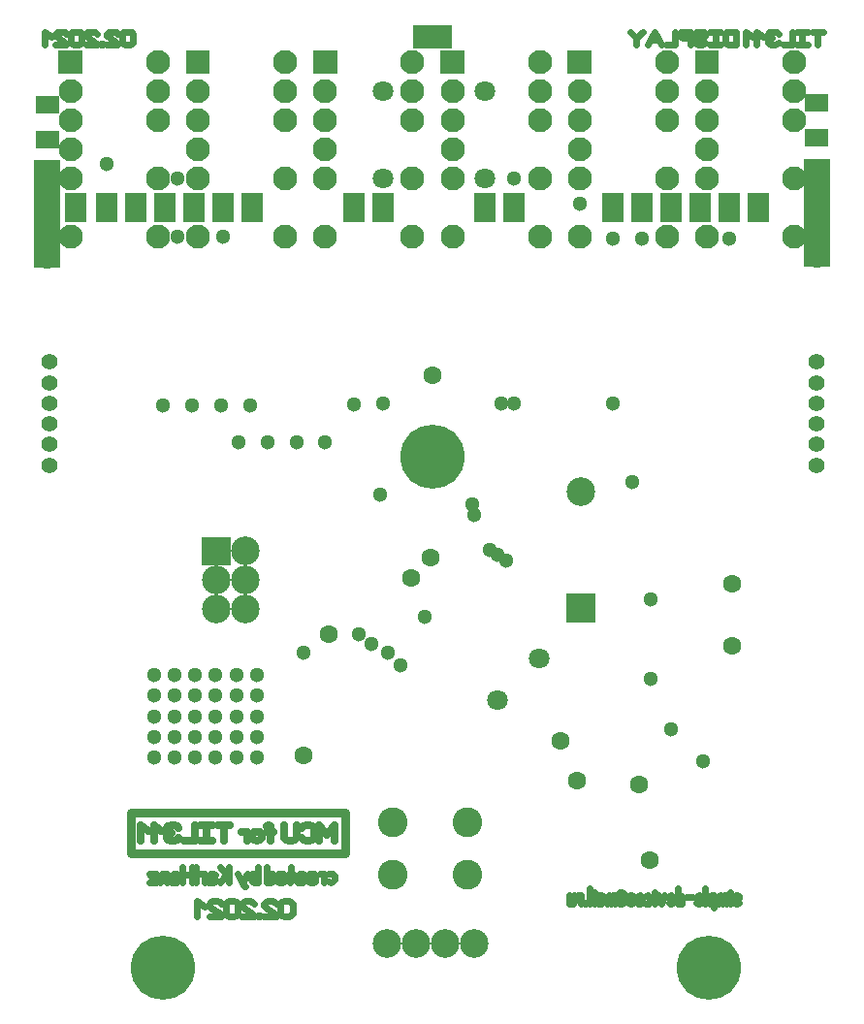
<source format=gbr>
%FSLAX34Y34*%
%MOMM*%
%LNSOLDERMASK_BOTTOM*%
G71*
G01*
%ADD10C, 2.100*%
%ADD11R, 1.900X2.600*%
%ADD12C, 1.300*%
%ADD13C, 1.800*%
%ADD14C, 2.300*%
%ADD15R, 2.000X1.600*%
%ADD16C, 5.600*%
%ADD17C, 1.600*%
%ADD18R, 3.400X2.100*%
%ADD19C, 2.500*%
%ADD20C, 2.500*%
%ADD21C, 2.600*%
%ADD22C, 1.400*%
%ADD23C, 0.638*%
%ADD24C, 0.800*%
%ADD25C, 0.567*%
%ADD26C, 0.606*%
%LPD*%
G36*
X164125Y1421725D02*
X185125Y1421725D01*
X185125Y1400725D01*
X164125Y1400725D01*
X164125Y1421725D01*
G37*
X174625Y1385825D02*
G54D10*
D03*
X174625Y1360425D02*
G54D10*
D03*
X174625Y1309625D02*
G54D10*
D03*
X174625Y1258825D02*
G54D10*
D03*
X250825Y1258825D02*
G54D10*
D03*
X250825Y1309625D02*
G54D10*
D03*
X250825Y1360425D02*
G54D10*
D03*
X250825Y1385825D02*
G54D10*
D03*
X250825Y1411225D02*
G54D10*
D03*
X174625Y1335025D02*
G54D10*
D03*
X723900Y1284225D02*
G54D11*
D03*
X698500Y1284225D02*
G54D11*
D03*
X673100Y1284225D02*
G54D11*
D03*
X647700Y1284225D02*
G54D11*
D03*
X774700Y1284225D02*
G54D11*
D03*
X749300Y1284225D02*
G54D11*
D03*
X282575Y1284225D02*
G54D11*
D03*
X257175Y1284225D02*
G54D11*
D03*
X231775Y1284225D02*
G54D11*
D03*
X206375Y1284225D02*
G54D11*
D03*
X333375Y1284225D02*
G54D11*
D03*
X307975Y1284225D02*
G54D11*
D03*
X561975Y1284225D02*
G54D11*
D03*
X536575Y1284225D02*
G54D11*
D03*
X447675Y1284225D02*
G54D11*
D03*
X422275Y1284225D02*
G54D11*
D03*
X647700Y1257237D02*
G54D12*
D03*
X206375Y1322325D02*
G54D12*
D03*
X307975Y1258825D02*
G54D12*
D03*
X619125Y1287400D02*
G54D12*
D03*
X268288Y1258825D02*
G54D12*
D03*
X447675Y1309625D02*
G54D13*
D03*
X447675Y1385825D02*
G54D13*
D03*
X536575Y1309625D02*
G54D13*
D03*
X536575Y1385825D02*
G54D13*
D03*
X561975Y1309625D02*
G54D12*
D03*
G54D14*
X153988Y1242950D02*
X153988Y1314388D01*
G36*
X142488Y1242950D02*
X165488Y1242950D01*
X165488Y1231450D01*
X142488Y1231450D01*
X142488Y1242950D01*
G37*
G36*
X165488Y1314388D02*
X142488Y1314388D01*
X142488Y1325888D01*
X165488Y1325888D01*
X165488Y1314388D01*
G37*
X154161Y1343938D02*
G54D15*
D03*
X154161Y1374338D02*
G54D15*
D03*
X255587Y620650D02*
G54D16*
D03*
X583588Y890333D02*
G54D13*
D03*
X547526Y854271D02*
G54D13*
D03*
X488878Y978286D02*
G54D17*
D03*
X472281Y961231D02*
G54D17*
D03*
X483734Y926790D02*
G54D12*
D03*
X825674Y1345525D02*
G54D15*
D03*
X825674Y1375925D02*
G54D15*
D03*
G54D14*
X826294Y1243744D02*
X826294Y1315181D01*
G36*
X814794Y1243744D02*
X837794Y1243744D01*
X837794Y1232244D01*
X814794Y1232244D01*
X814794Y1243744D01*
G37*
G36*
X837794Y1315181D02*
X814794Y1315181D01*
X814794Y1326681D01*
X837794Y1326681D01*
X837794Y1315181D01*
G37*
X490538Y1433450D02*
G54D18*
D03*
X602716Y818616D02*
G54D17*
D03*
X554831Y976312D02*
G54D12*
D03*
X490537Y1138175D02*
G54D17*
D03*
X547687Y981075D02*
G54D12*
D03*
X540544Y985044D02*
G54D12*
D03*
X422275Y1112044D02*
G54D12*
D03*
X550862Y1112838D02*
G54D12*
D03*
X561975Y1112838D02*
G54D12*
D03*
X331787Y1111250D02*
G54D12*
D03*
X306388Y1111250D02*
G54D12*
D03*
X280987Y1111250D02*
G54D12*
D03*
X255588Y1111250D02*
G54D12*
D03*
X525462Y1025525D02*
G54D12*
D03*
X527050Y1016000D02*
G54D12*
D03*
X444500Y1033462D02*
G54D12*
D03*
X396875Y1079500D02*
G54D12*
D03*
X731837Y620650D02*
G54D16*
D03*
X490537Y1066738D02*
G54D16*
D03*
X327025Y984250D02*
G54D19*
D03*
G36*
X314125Y996750D02*
X314125Y971750D01*
X289125Y971750D01*
X289125Y996750D01*
X314125Y996750D01*
G37*
X327025Y958850D02*
G54D19*
D03*
X301625Y958850D02*
G54D19*
D03*
X327025Y933450D02*
G54D19*
D03*
X301625Y933450D02*
G54D19*
D03*
G36*
X632771Y947130D02*
X632771Y922130D01*
X607771Y922130D01*
X607771Y947130D01*
X632771Y947130D01*
G37*
X620271Y1036230D02*
G54D20*
D03*
X377876Y805658D02*
G54D17*
D03*
X371736Y1079500D02*
G54D12*
D03*
X346336Y1079500D02*
G54D12*
D03*
X320936Y1079500D02*
G54D12*
D03*
X752656Y901230D02*
G54D17*
D03*
X699153Y828685D02*
G54D12*
D03*
X727216Y800621D02*
G54D12*
D03*
X679938Y714375D02*
G54D17*
D03*
X616438Y784225D02*
G54D17*
D03*
X681218Y942505D02*
G54D12*
D03*
X681218Y872655D02*
G54D12*
D03*
X437356Y903288D02*
G54D12*
D03*
X426244Y912019D02*
G54D12*
D03*
X451644Y895350D02*
G54D12*
D03*
X462756Y884238D02*
G54D12*
D03*
X377825Y895350D02*
G54D12*
D03*
X400050Y912018D02*
G54D17*
D03*
X450850Y641350D02*
G54D20*
D03*
X476250Y641350D02*
G54D20*
D03*
X501650Y641350D02*
G54D20*
D03*
X527050Y641350D02*
G54D20*
D03*
X456225Y702100D02*
G54D21*
D03*
X521225Y702100D02*
G54D21*
D03*
X521225Y747100D02*
G54D21*
D03*
X456225Y747100D02*
G54D21*
D03*
X456225Y702100D02*
G54D21*
D03*
X521225Y702100D02*
G54D21*
D03*
X527050Y641350D02*
G54D20*
D03*
X327025Y933450D02*
G54D19*
D03*
X670587Y780876D02*
G54D17*
D03*
X620271Y1036229D02*
G54D20*
D03*
G36*
X275250Y1421725D02*
X296250Y1421725D01*
X296250Y1400725D01*
X275250Y1400725D01*
X275250Y1421725D01*
G37*
X285750Y1385825D02*
G54D10*
D03*
X285750Y1360425D02*
G54D10*
D03*
X285750Y1309625D02*
G54D10*
D03*
X285750Y1258825D02*
G54D10*
D03*
X361950Y1258825D02*
G54D10*
D03*
X361950Y1309625D02*
G54D10*
D03*
X361950Y1360425D02*
G54D10*
D03*
X361950Y1385825D02*
G54D10*
D03*
X361950Y1411225D02*
G54D10*
D03*
X285750Y1335025D02*
G54D10*
D03*
G36*
X386375Y1421725D02*
X407375Y1421725D01*
X407375Y1400725D01*
X386375Y1400725D01*
X386375Y1421725D01*
G37*
X396875Y1385825D02*
G54D10*
D03*
X396875Y1360425D02*
G54D10*
D03*
X396875Y1309625D02*
G54D10*
D03*
X396875Y1258825D02*
G54D10*
D03*
X473075Y1258825D02*
G54D10*
D03*
X473075Y1309625D02*
G54D10*
D03*
X473075Y1360425D02*
G54D10*
D03*
X473075Y1385825D02*
G54D10*
D03*
X473075Y1411225D02*
G54D10*
D03*
X396875Y1335025D02*
G54D10*
D03*
G36*
X497500Y1421725D02*
X518500Y1421725D01*
X518500Y1400725D01*
X497500Y1400725D01*
X497500Y1421725D01*
G37*
X508000Y1385825D02*
G54D10*
D03*
X508000Y1360425D02*
G54D10*
D03*
X508000Y1309625D02*
G54D10*
D03*
X508000Y1258825D02*
G54D10*
D03*
X584200Y1258825D02*
G54D10*
D03*
X584200Y1309625D02*
G54D10*
D03*
X584200Y1360425D02*
G54D10*
D03*
X584200Y1385825D02*
G54D10*
D03*
X584200Y1411225D02*
G54D10*
D03*
X508000Y1335025D02*
G54D10*
D03*
G36*
X608625Y1421725D02*
X629625Y1421725D01*
X629625Y1400725D01*
X608625Y1400725D01*
X608625Y1421725D01*
G37*
X619125Y1385825D02*
G54D10*
D03*
X619125Y1360425D02*
G54D10*
D03*
X619125Y1309625D02*
G54D10*
D03*
X619125Y1258825D02*
G54D10*
D03*
X695325Y1258825D02*
G54D10*
D03*
X695325Y1309625D02*
G54D10*
D03*
X695325Y1360425D02*
G54D10*
D03*
X695325Y1385825D02*
G54D10*
D03*
X695325Y1411225D02*
G54D10*
D03*
X619125Y1335025D02*
G54D10*
D03*
G36*
X719750Y1421725D02*
X740750Y1421725D01*
X740750Y1400725D01*
X719750Y1400725D01*
X719750Y1421725D01*
G37*
X730250Y1385825D02*
G54D10*
D03*
X730250Y1360425D02*
G54D10*
D03*
X730250Y1309625D02*
G54D10*
D03*
X730250Y1258825D02*
G54D10*
D03*
X806450Y1258825D02*
G54D10*
D03*
X806450Y1309625D02*
G54D10*
D03*
X806450Y1360425D02*
G54D10*
D03*
X806450Y1385825D02*
G54D10*
D03*
X806450Y1411225D02*
G54D10*
D03*
X730250Y1335025D02*
G54D10*
D03*
X179388Y1284288D02*
G54D11*
D03*
X268288Y1309625D02*
G54D12*
D03*
X749300Y1257237D02*
G54D12*
D03*
X673100Y1257237D02*
G54D12*
D03*
X752475Y955675D02*
G54D17*
D03*
X647700Y1112838D02*
G54D12*
D03*
X665163Y1044575D02*
G54D12*
D03*
X447675Y1112838D02*
G54D12*
D03*
X247381Y876031D02*
G54D12*
D03*
X265381Y876031D02*
G54D12*
D03*
X283381Y876031D02*
G54D12*
D03*
X301381Y876031D02*
G54D12*
D03*
X319381Y876031D02*
G54D12*
D03*
X337381Y876031D02*
G54D12*
D03*
X247381Y858031D02*
G54D12*
D03*
X265381Y858031D02*
G54D12*
D03*
X283381Y858031D02*
G54D12*
D03*
X301381Y858031D02*
G54D12*
D03*
X319381Y858031D02*
G54D12*
D03*
X337381Y858031D02*
G54D12*
D03*
X247381Y840031D02*
G54D12*
D03*
X265381Y840031D02*
G54D12*
D03*
X283381Y840031D02*
G54D12*
D03*
X301381Y840031D02*
G54D12*
D03*
X319381Y840031D02*
G54D12*
D03*
X337381Y840031D02*
G54D12*
D03*
X247381Y822031D02*
G54D12*
D03*
X265381Y822031D02*
G54D12*
D03*
X283381Y822031D02*
G54D12*
D03*
X301381Y822031D02*
G54D12*
D03*
X319381Y822031D02*
G54D12*
D03*
X337381Y822031D02*
G54D12*
D03*
X247381Y804031D02*
G54D12*
D03*
X265381Y804031D02*
G54D12*
D03*
X283381Y804031D02*
G54D12*
D03*
X301381Y804031D02*
G54D12*
D03*
X319381Y804031D02*
G54D12*
D03*
X337381Y804031D02*
G54D12*
D03*
X826294Y1059288D02*
G54D22*
D03*
X826294Y1077288D02*
G54D22*
D03*
X826294Y1095288D02*
G54D22*
D03*
X826294Y1113288D02*
G54D22*
D03*
X826294Y1131288D02*
G54D22*
D03*
X826294Y1149288D02*
G54D22*
D03*
G54D23*
X405102Y731649D02*
X405102Y744982D01*
X398435Y736649D01*
X391769Y744982D01*
X391769Y731649D01*
G54D23*
X376435Y734149D02*
X377769Y732482D01*
X380435Y731649D01*
X383102Y731649D01*
X385769Y732482D01*
X387102Y734149D01*
X387102Y742482D01*
X385769Y744149D01*
X383102Y744982D01*
X380435Y744982D01*
X377769Y744149D01*
X376435Y742482D01*
G54D23*
X371768Y744982D02*
X371768Y734149D01*
X370435Y732482D01*
X367768Y731649D01*
X365101Y731649D01*
X362435Y732482D01*
X361101Y734149D01*
X361101Y744982D01*
G54D23*
X348833Y731649D02*
X348833Y744149D01*
X347500Y744982D01*
X346167Y744482D01*
G54D23*
X351500Y739149D02*
X346167Y739149D01*
G54D23*
X333500Y733649D02*
X333500Y736982D01*
X334833Y738649D01*
X337500Y739149D01*
X340167Y738649D01*
X341500Y736982D01*
X341500Y733649D01*
X340167Y731982D01*
X337500Y731649D01*
X334833Y731982D01*
X333500Y733649D01*
G54D23*
X328833Y731649D02*
X328833Y739149D01*
G54D23*
X328833Y737482D02*
X326166Y739149D01*
X323500Y739149D01*
G54D23*
X308566Y731649D02*
X308566Y744982D01*
G54D23*
X313899Y744982D02*
X303232Y744982D01*
G54D23*
X298565Y731649D02*
X287898Y731649D01*
G54D23*
X293232Y731649D02*
X293232Y744982D01*
G54D23*
X298565Y744982D02*
X287898Y744982D01*
G54D23*
X283231Y744982D02*
X283231Y731649D01*
X273898Y731649D01*
G54D23*
X269231Y742482D02*
X267898Y744149D01*
X265231Y744982D01*
X262564Y744982D01*
X259898Y744149D01*
X258564Y742482D01*
X258564Y740816D01*
X259898Y739149D01*
X262564Y738316D01*
X259898Y737482D01*
X258564Y735816D01*
X258564Y734149D01*
X259898Y732482D01*
X262564Y731649D01*
X265231Y731649D01*
X267898Y732482D01*
X269231Y734149D01*
G54D23*
X253897Y739982D02*
X247230Y744982D01*
X247230Y731649D01*
G54D23*
X242563Y739982D02*
X235896Y744982D01*
X235896Y731649D01*
G54D24*
X227012Y755650D02*
X414338Y755650D01*
X414338Y720725D01*
X227012Y720725D01*
X227012Y755650D01*
G54D25*
X399768Y702310D02*
X401768Y702810D01*
X403768Y702310D01*
X404768Y700643D01*
X404768Y697310D01*
X403768Y695643D01*
X401768Y695310D01*
X399768Y695643D01*
G54D25*
X396102Y695310D02*
X396102Y702810D01*
G54D25*
X396102Y701143D02*
X394102Y702810D01*
X392102Y702810D01*
G54D25*
X382434Y696143D02*
X384034Y695310D01*
X386034Y695310D01*
X388034Y696143D01*
X388434Y697810D01*
X388434Y700643D01*
X387434Y702310D01*
X385434Y702810D01*
X383434Y702310D01*
X382434Y701143D01*
X382434Y699476D01*
X388434Y699476D01*
G54D25*
X378768Y701976D02*
X376768Y702810D01*
X374368Y702810D01*
X372768Y701143D01*
X372768Y695310D01*
G54D25*
X372768Y697810D02*
X373768Y699476D01*
X375768Y699810D01*
X377768Y699476D01*
X378768Y697810D01*
X378368Y696143D01*
X376768Y695310D01*
X375768Y695310D01*
X375368Y695310D01*
X373768Y696143D01*
X372768Y697810D01*
G54D25*
X367100Y708643D02*
X367100Y696143D01*
X366100Y695310D01*
X365100Y695643D01*
G54D25*
X369100Y702810D02*
X365100Y702810D01*
G54D25*
X355434Y696143D02*
X357034Y695310D01*
X359034Y695310D01*
X361034Y696143D01*
X361434Y697810D01*
X361434Y700643D01*
X360434Y702310D01*
X358434Y702810D01*
X356434Y702310D01*
X355434Y701143D01*
X355434Y699476D01*
X361434Y699476D01*
G54D25*
X345766Y695310D02*
X345766Y708643D01*
G54D25*
X345766Y700643D02*
X346766Y702310D01*
X348766Y702810D01*
X350766Y702310D01*
X351766Y700643D01*
X351766Y697310D01*
X350766Y695643D01*
X348766Y695310D01*
X346766Y695643D01*
X345766Y697310D01*
G54D25*
X338232Y695310D02*
X338232Y708643D01*
G54D25*
X338232Y700643D02*
X337232Y702310D01*
X335232Y702810D01*
X333232Y702310D01*
X332232Y700643D01*
X332232Y697310D01*
X333232Y695643D01*
X335232Y695310D01*
X337232Y695643D01*
X338232Y697310D01*
G54D25*
X328566Y702810D02*
X324566Y695310D01*
X320566Y702810D01*
G54D25*
X324566Y695310D02*
X325566Y692810D01*
X326566Y691976D01*
X327566Y691976D01*
G54D25*
X313032Y695310D02*
X313032Y708643D01*
G54D25*
X313032Y699476D02*
X305032Y708643D01*
G54D25*
X310032Y701976D02*
X305032Y695310D01*
G54D25*
X301364Y701976D02*
X299364Y702810D01*
X296964Y702810D01*
X295364Y701143D01*
X295364Y695310D01*
G54D25*
X295364Y697810D02*
X296364Y699476D01*
X298364Y699810D01*
X300364Y699476D01*
X301364Y697810D01*
X300964Y696143D01*
X299364Y695310D01*
X298364Y695310D01*
X297964Y695310D01*
X296364Y696143D01*
X295364Y697810D01*
G54D25*
X291698Y695310D02*
X291698Y702810D01*
G54D25*
X291698Y701143D02*
X289698Y702810D01*
X287698Y702810D01*
G54D25*
X284030Y695310D02*
X284030Y708643D01*
G54D25*
X280364Y695310D02*
X280364Y708643D01*
G54D25*
X272364Y695310D02*
X272364Y708643D01*
G54D25*
X280364Y701976D02*
X272364Y701976D01*
G54D25*
X268696Y701976D02*
X266696Y702810D01*
X264296Y702810D01*
X262696Y701143D01*
X262696Y695310D01*
G54D25*
X262696Y697810D02*
X263696Y699476D01*
X265696Y699810D01*
X267696Y699476D01*
X268696Y697810D01*
X268296Y696143D01*
X266696Y695310D01*
X265696Y695310D01*
X265296Y695310D01*
X263696Y696143D01*
X262696Y697810D01*
G54D25*
X259030Y695310D02*
X259030Y702810D01*
G54D25*
X259030Y701143D02*
X258030Y702310D01*
X256030Y702810D01*
X254030Y702310D01*
X253030Y701143D01*
X253030Y695310D01*
G54D25*
X249362Y702810D02*
X243362Y702810D01*
X249362Y695310D01*
X243362Y695310D01*
G54D25*
X357633Y675996D02*
X357633Y667662D01*
X358967Y665996D01*
X361633Y665162D01*
X364300Y665162D01*
X366967Y665996D01*
X368300Y667662D01*
X368300Y675996D01*
X366967Y677662D01*
X364300Y678496D01*
X361633Y678496D01*
X358967Y677662D01*
X357633Y675996D01*
G54D25*
X343299Y665162D02*
X353966Y665162D01*
X353966Y665996D01*
X352633Y667662D01*
X344633Y672662D01*
X343299Y674329D01*
X343299Y675996D01*
X344633Y677662D01*
X347299Y678496D01*
X349966Y678496D01*
X352633Y677662D01*
X353966Y675996D01*
G54D25*
X338565Y665162D02*
X339632Y665162D01*
X339632Y665829D01*
X338565Y665829D01*
X338565Y665162D01*
X339632Y665162D01*
G54D25*
X324231Y665162D02*
X334898Y665162D01*
X334898Y665996D01*
X333565Y667662D01*
X325565Y672662D01*
X324231Y674329D01*
X324231Y675996D01*
X325565Y677662D01*
X328231Y678496D01*
X330898Y678496D01*
X333565Y677662D01*
X334898Y675996D01*
G54D25*
X309897Y675996D02*
X309897Y667662D01*
X311231Y665996D01*
X313897Y665162D01*
X316564Y665162D01*
X319231Y665996D01*
X320564Y667662D01*
X320564Y675996D01*
X319231Y677662D01*
X316564Y678496D01*
X313897Y678496D01*
X311231Y677662D01*
X309897Y675996D01*
G54D25*
X295563Y665162D02*
X306230Y665162D01*
X306230Y665996D01*
X304897Y667662D01*
X296897Y672662D01*
X295563Y674329D01*
X295563Y675996D01*
X296897Y677662D01*
X299563Y678496D01*
X302230Y678496D01*
X304897Y677662D01*
X306230Y675996D01*
G54D25*
X291896Y673496D02*
X285229Y678496D01*
X285229Y665162D01*
G54D25*
X758150Y677108D02*
X756817Y676275D01*
X755483Y676275D01*
X754150Y677108D01*
X754150Y678775D01*
X754817Y679608D01*
X757483Y680442D01*
X758150Y681275D01*
X758150Y682942D01*
X756817Y683775D01*
X755483Y683775D01*
X754150Y682942D01*
G54D25*
X750483Y676275D02*
X750483Y683775D01*
G54D25*
X750483Y686275D02*
X750483Y686275D01*
G54D25*
X746816Y676275D02*
X746816Y683775D01*
G54D25*
X746816Y682442D02*
X745483Y683775D01*
X744149Y683275D01*
X743483Y682108D01*
X743483Y676275D01*
G54D25*
X743483Y682442D02*
X742149Y683775D01*
X740816Y683275D01*
X740149Y682108D01*
X740149Y676275D01*
G54D25*
X736482Y683775D02*
X736482Y672942D01*
G54D25*
X736482Y678775D02*
X735815Y676608D01*
X734482Y676275D01*
X733149Y676608D01*
X732482Y678275D01*
X732482Y681608D01*
X733149Y683275D01*
X734482Y683775D01*
X735815Y683275D01*
X736482Y681275D01*
G54D25*
X728815Y676275D02*
X728815Y689608D01*
G54D25*
X721148Y677108D02*
X722215Y676275D01*
X723548Y676275D01*
X724881Y677108D01*
X725148Y678775D01*
X725148Y681608D01*
X724481Y683275D01*
X723148Y683775D01*
X721815Y683275D01*
X721148Y682108D01*
X721148Y680442D01*
X725148Y680442D01*
G54D25*
X717481Y682108D02*
X712148Y682108D01*
G54D25*
X704481Y676275D02*
X704481Y689608D01*
G54D25*
X704481Y681608D02*
X705148Y683275D01*
X706481Y683775D01*
X707814Y683275D01*
X708481Y681608D01*
X708481Y678275D01*
X707814Y676608D01*
X706481Y676275D01*
X705148Y676608D01*
X704481Y678275D01*
G54D25*
X696814Y677108D02*
X697881Y676275D01*
X699214Y676275D01*
X700547Y677108D01*
X700814Y678775D01*
X700814Y681608D01*
X700147Y683275D01*
X698814Y683775D01*
X697481Y683275D01*
X696814Y682108D01*
X696814Y680442D01*
X700814Y680442D01*
G54D25*
X693147Y683775D02*
X690480Y676275D01*
X687814Y683775D01*
G54D25*
X684147Y676275D02*
X684147Y683775D01*
G54D25*
X684147Y686275D02*
X684147Y686275D01*
G54D25*
X677147Y683275D02*
X678480Y683775D01*
X679813Y683275D01*
X680480Y681608D01*
X680480Y678275D01*
X679813Y676608D01*
X678480Y676275D01*
X677147Y676608D01*
G54D25*
X669480Y677108D02*
X670547Y676275D01*
X671880Y676275D01*
X673213Y677108D01*
X673480Y678775D01*
X673480Y681608D01*
X672813Y683275D01*
X671480Y683775D01*
X670147Y683275D01*
X669480Y682108D01*
X669480Y680442D01*
X673480Y680442D01*
G54D25*
X665813Y677108D02*
X664480Y676275D01*
X663146Y676275D01*
X661813Y677108D01*
X661813Y678775D01*
X662480Y679608D01*
X665146Y680442D01*
X665813Y681275D01*
X665813Y682942D01*
X664480Y683775D01*
X663146Y683775D01*
X661813Y682942D01*
G54D25*
X653479Y677442D02*
X654413Y676275D01*
X656146Y676275D01*
X657346Y677442D01*
X658146Y679275D01*
X658146Y684108D01*
X657346Y685942D01*
X656146Y686775D01*
X654413Y686775D01*
X653479Y685275D01*
X653479Y679942D01*
G54D25*
X653746Y681942D02*
X653879Y683275D01*
X655213Y684108D01*
X656146Y683275D01*
X656413Y681942D01*
X656146Y680442D01*
X655213Y679608D01*
X653879Y680442D01*
X653746Y681942D01*
G54D25*
X649812Y676275D02*
X649812Y683775D01*
G54D25*
X649812Y682442D02*
X648479Y683775D01*
X647145Y683275D01*
X646479Y682108D01*
X646479Y676275D01*
G54D25*
X646479Y682442D02*
X645145Y683775D01*
X643812Y683275D01*
X643145Y682108D01*
X643145Y676275D01*
G54D25*
X639478Y682942D02*
X638145Y683775D01*
X636545Y683775D01*
X635478Y682108D01*
X635478Y676275D01*
G54D25*
X635478Y678775D02*
X636145Y680442D01*
X637478Y680775D01*
X638811Y680442D01*
X639478Y678775D01*
X639211Y677108D01*
X638145Y676275D01*
X637478Y676275D01*
X637211Y676275D01*
X636145Y677108D01*
X635478Y678775D01*
G54D25*
X631811Y676275D02*
X631811Y683775D01*
G54D25*
X631811Y686275D02*
X631811Y686275D01*
G54D25*
X628144Y676275D02*
X628144Y689608D01*
G54D25*
X623944Y676275D02*
X624477Y676275D01*
X624477Y676942D01*
X623944Y676942D01*
X623944Y676275D01*
X624477Y676275D01*
G54D25*
X620277Y676275D02*
X620277Y683775D01*
G54D25*
X620277Y682108D02*
X618944Y683775D01*
X617610Y683775D01*
G54D25*
X609943Y683775D02*
X609943Y676275D01*
G54D25*
X609943Y677942D02*
X610610Y676608D01*
X611943Y676275D01*
X613276Y676608D01*
X613943Y677942D01*
X613943Y683775D01*
G54D26*
X826815Y1426369D02*
X826815Y1437924D01*
G54D26*
X831437Y1437924D02*
X822193Y1437924D01*
G54D26*
X818149Y1426369D02*
X808905Y1426369D01*
G54D26*
X813527Y1426369D02*
X813527Y1437924D01*
G54D26*
X818149Y1437924D02*
X808905Y1437924D01*
G54D26*
X804861Y1437924D02*
X804861Y1426369D01*
X796772Y1426369D01*
G54D26*
X792728Y1435758D02*
X791572Y1437202D01*
X789261Y1437924D01*
X786950Y1437924D01*
X784639Y1437202D01*
X783484Y1435758D01*
X783484Y1434313D01*
X784639Y1432869D01*
X786950Y1432146D01*
X784639Y1431424D01*
X783484Y1429980D01*
X783484Y1428535D01*
X784639Y1427091D01*
X786950Y1426369D01*
X789261Y1426369D01*
X791572Y1427091D01*
X792728Y1428535D01*
G54D26*
X779440Y1433591D02*
X773662Y1437924D01*
X773662Y1426369D01*
G54D26*
X769618Y1433591D02*
X763840Y1437924D01*
X763840Y1426369D01*
G54D26*
X755521Y1426369D02*
X755521Y1437924D01*
X749743Y1437924D01*
X747432Y1437202D01*
X746277Y1435758D01*
X746277Y1428535D01*
X747432Y1427091D01*
X749743Y1426369D01*
X755521Y1426369D01*
G54D26*
X742233Y1426369D02*
X732989Y1426369D01*
G54D26*
X737611Y1426369D02*
X737611Y1437924D01*
G54D26*
X742233Y1437924D02*
X732989Y1437924D01*
G54D26*
X728945Y1428535D02*
X727789Y1427091D01*
X725478Y1426369D01*
X723167Y1426369D01*
X720856Y1427091D01*
X719701Y1428535D01*
X719701Y1429980D01*
X720856Y1431424D01*
X723167Y1432146D01*
X725478Y1432146D01*
X727789Y1432869D01*
X728945Y1434313D01*
X728945Y1435758D01*
X727789Y1437202D01*
X725478Y1437924D01*
X723167Y1437924D01*
X720856Y1437202D01*
X719701Y1435758D01*
G54D26*
X715657Y1426369D02*
X715657Y1437924D01*
X709879Y1437924D01*
X707568Y1437202D01*
X706413Y1435758D01*
X706413Y1434313D01*
X707568Y1432869D01*
X709879Y1432146D01*
X715657Y1432146D01*
G54D26*
X702369Y1437924D02*
X702369Y1426369D01*
X694280Y1426369D01*
G54D26*
X690236Y1426369D02*
X684458Y1437924D01*
X678680Y1426369D01*
G54D26*
X687925Y1430702D02*
X680992Y1430702D01*
G54D26*
X674636Y1437924D02*
X668858Y1432146D01*
X668858Y1426369D01*
G54D26*
X668858Y1432146D02*
X663080Y1437924D01*
X153988Y1314388D02*
G54D12*
D03*
X153988Y1296388D02*
G54D12*
D03*
X153988Y1278388D02*
G54D12*
D03*
X153988Y1260388D02*
G54D12*
D03*
X153988Y1242388D02*
G54D12*
D03*
X826294Y1315181D02*
G54D12*
D03*
X826294Y1297181D02*
G54D12*
D03*
X826294Y1279181D02*
G54D12*
D03*
X826294Y1261181D02*
G54D12*
D03*
X826294Y1243181D02*
G54D12*
D03*
G54D26*
X219736Y1435758D02*
X219736Y1428535D01*
X220892Y1427091D01*
X223203Y1426369D01*
X225514Y1426369D01*
X227825Y1427091D01*
X228981Y1428535D01*
X228981Y1435758D01*
X227825Y1437202D01*
X225514Y1437924D01*
X223203Y1437924D01*
X220892Y1437202D01*
X219736Y1435758D01*
G54D26*
X206448Y1426369D02*
X215693Y1426369D01*
X215693Y1427091D01*
X214537Y1428535D01*
X207604Y1432869D01*
X206448Y1434313D01*
X206448Y1435758D01*
X207604Y1437202D01*
X209915Y1437924D01*
X212226Y1437924D01*
X214537Y1437202D01*
X215693Y1435758D01*
G54D26*
X201480Y1426369D02*
X202405Y1426369D01*
X202405Y1426946D01*
X201480Y1426946D01*
X201480Y1426369D01*
X202405Y1426369D01*
G54D26*
X188192Y1426369D02*
X197437Y1426369D01*
X197437Y1427091D01*
X196281Y1428535D01*
X189348Y1432869D01*
X188192Y1434313D01*
X188192Y1435758D01*
X189348Y1437202D01*
X191659Y1437924D01*
X193970Y1437924D01*
X196281Y1437202D01*
X197437Y1435758D01*
G54D26*
X174904Y1435758D02*
X174904Y1428535D01*
X176060Y1427091D01*
X178371Y1426369D01*
X180682Y1426369D01*
X182993Y1427091D01*
X184149Y1428535D01*
X184149Y1435758D01*
X182993Y1437202D01*
X180682Y1437924D01*
X178371Y1437924D01*
X176060Y1437202D01*
X174904Y1435758D01*
G54D26*
X161616Y1426369D02*
X170861Y1426369D01*
X170861Y1427091D01*
X169705Y1428535D01*
X162772Y1432869D01*
X161616Y1434313D01*
X161616Y1435758D01*
X162772Y1437202D01*
X165083Y1437924D01*
X167394Y1437924D01*
X169705Y1437202D01*
X170861Y1435758D01*
G54D26*
X157573Y1433591D02*
X151795Y1437924D01*
X151795Y1426369D01*
X156370Y1059288D02*
G54D22*
D03*
X156370Y1077288D02*
G54D22*
D03*
X156370Y1095288D02*
G54D22*
D03*
X156370Y1113288D02*
G54D22*
D03*
X156370Y1131288D02*
G54D22*
D03*
X156370Y1149288D02*
G54D22*
D03*
M02*

</source>
